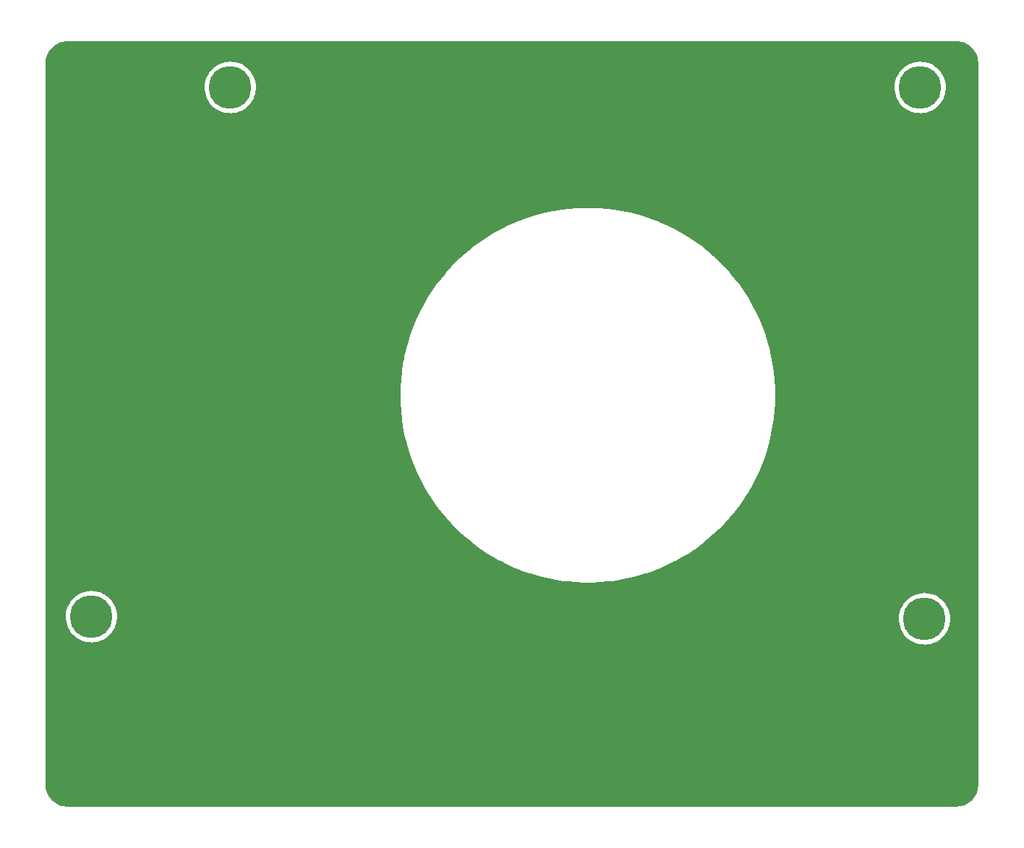
<source format=gbr>
%TF.GenerationSoftware,KiCad,Pcbnew,(6.0.7-1)-1*%
%TF.CreationDate,2022-08-15T15:57:32+02:00*%
%TF.ProjectId,wizza-back-blate,77697a7a-612d-4626-9163-6b2d626c6174,v1.0.0*%
%TF.SameCoordinates,Original*%
%TF.FileFunction,Copper,L1,Top*%
%TF.FilePolarity,Positive*%
%FSLAX46Y46*%
G04 Gerber Fmt 4.6, Leading zero omitted, Abs format (unit mm)*
G04 Created by KiCad (PCBNEW (6.0.7-1)-1) date 2022-08-15 15:57:32*
%MOMM*%
%LPD*%
G01*
G04 APERTURE LIST*
%TA.AperFunction,ComponentPad*%
%ADD10C,5.000000*%
%TD*%
G04 APERTURE END LIST*
D10*
%TO.P,,1,1*%
%TO.N,N/C*%
X200660000Y-124460000D03*
%TD*%
%TO.P,,1,1*%
%TO.N,N/C*%
X297688000Y-62484000D03*
%TD*%
%TO.P,,1,1*%
%TO.N,N/C*%
X216916000Y-62484000D03*
%TD*%
%TO.P,,1,1*%
%TO.N,N/C*%
X298196000Y-124714000D03*
%TD*%
%TA.AperFunction,NonConductor*%
G36*
X301960619Y-57091422D02*
G01*
X301975452Y-57093732D01*
X301975456Y-57093732D01*
X301984325Y-57095113D01*
X302001524Y-57092864D01*
X302025464Y-57092031D01*
X302283310Y-57107628D01*
X302298414Y-57109462D01*
X302579355Y-57160947D01*
X302594128Y-57164588D01*
X302866824Y-57249563D01*
X302881040Y-57254955D01*
X303098796Y-57352960D01*
X303141505Y-57372182D01*
X303154977Y-57379253D01*
X303399403Y-57527014D01*
X303411925Y-57535657D01*
X303636763Y-57711808D01*
X303648152Y-57721898D01*
X303850114Y-57923861D01*
X303860203Y-57935250D01*
X304036353Y-58160091D01*
X304044997Y-58172613D01*
X304192757Y-58417042D01*
X304199824Y-58430506D01*
X304317055Y-58690986D01*
X304322445Y-58705200D01*
X304407417Y-58977891D01*
X304411058Y-58992665D01*
X304462540Y-59273604D01*
X304464374Y-59288706D01*
X304478646Y-59524663D01*
X304479539Y-59539429D01*
X304478298Y-59565795D01*
X304478292Y-59566266D01*
X304476910Y-59575142D01*
X304478074Y-59584045D01*
X304478074Y-59584052D01*
X304481037Y-59606712D01*
X304482101Y-59623048D01*
X304482101Y-144147006D01*
X304480601Y-144166390D01*
X304476910Y-144190097D01*
X304478552Y-144202649D01*
X304479159Y-144207293D01*
X304479992Y-144231235D01*
X304464398Y-144489079D01*
X304462564Y-144504184D01*
X304411082Y-144785121D01*
X304407441Y-144799895D01*
X304322468Y-145072587D01*
X304317074Y-145086810D01*
X304199852Y-145347265D01*
X304192781Y-145360738D01*
X304045018Y-145605164D01*
X304036375Y-145617686D01*
X303860225Y-145842523D01*
X303850134Y-145853913D01*
X303648168Y-146055874D01*
X303636779Y-146065963D01*
X303411944Y-146242106D01*
X303399426Y-146250746D01*
X303154985Y-146398509D01*
X303141513Y-146405579D01*
X303023924Y-146458499D01*
X302881056Y-146522795D01*
X302866844Y-146528185D01*
X302690035Y-146583276D01*
X302594146Y-146613153D01*
X302579373Y-146616794D01*
X302298424Y-146668272D01*
X302283319Y-146670105D01*
X302175828Y-146676604D01*
X302032410Y-146685275D01*
X302006863Y-146684071D01*
X302005764Y-146684058D01*
X301996894Y-146682676D01*
X301987990Y-146683840D01*
X301965317Y-146686804D01*
X301948984Y-146687867D01*
X197852574Y-146687867D01*
X197833189Y-146686367D01*
X197818356Y-146684057D01*
X197818352Y-146684057D01*
X197809483Y-146682676D01*
X197792285Y-146684925D01*
X197768344Y-146685758D01*
X197510500Y-146670162D01*
X197495395Y-146668328D01*
X197214453Y-146616844D01*
X197199680Y-146613203D01*
X197181435Y-146607518D01*
X196926982Y-146528227D01*
X196912764Y-146522835D01*
X196652305Y-146405611D01*
X196638834Y-146398541D01*
X196394405Y-146250778D01*
X196381883Y-146242135D01*
X196157044Y-146065984D01*
X196145655Y-146055894D01*
X195943694Y-145853931D01*
X195933605Y-145842542D01*
X195757455Y-145617701D01*
X195748811Y-145605179D01*
X195601051Y-145360750D01*
X195593980Y-145347277D01*
X195476759Y-145086817D01*
X195471364Y-145072591D01*
X195386392Y-144799900D01*
X195382751Y-144785126D01*
X195331270Y-144504187D01*
X195329436Y-144489082D01*
X195314273Y-144238359D01*
X195315513Y-144211990D01*
X195315519Y-144211519D01*
X195316900Y-144202649D01*
X195312772Y-144171077D01*
X195311709Y-144154742D01*
X195311709Y-124365341D01*
X197647888Y-124365341D01*
X197647983Y-124368971D01*
X197647983Y-124368972D01*
X197650367Y-124460000D01*
X197656970Y-124712171D01*
X197705856Y-125055660D01*
X197793897Y-125391253D01*
X197919927Y-125714503D01*
X197921624Y-125717708D01*
X198056110Y-125971708D01*
X198082275Y-126021126D01*
X198084325Y-126024109D01*
X198084327Y-126024112D01*
X198276733Y-126304064D01*
X198276739Y-126304071D01*
X198278790Y-126307056D01*
X198281178Y-126309793D01*
X198458935Y-126513560D01*
X198506866Y-126568505D01*
X198509551Y-126570948D01*
X198738697Y-126779454D01*
X198763481Y-126802006D01*
X199045233Y-127004466D01*
X199348388Y-127173200D01*
X199668928Y-127305972D01*
X199672422Y-127306967D01*
X199672424Y-127306968D01*
X199999103Y-127400025D01*
X199999108Y-127400026D01*
X200002604Y-127401022D01*
X200199304Y-127433233D01*
X200341412Y-127456504D01*
X200341419Y-127456505D01*
X200344993Y-127457090D01*
X200518276Y-127465262D01*
X200687931Y-127473263D01*
X200687932Y-127473263D01*
X200691558Y-127473434D01*
X200700415Y-127472830D01*
X201034073Y-127450084D01*
X201034081Y-127450083D01*
X201037704Y-127449836D01*
X201041279Y-127449173D01*
X201041282Y-127449173D01*
X201375279Y-127387270D01*
X201375283Y-127387269D01*
X201378844Y-127386609D01*
X201710456Y-127284592D01*
X202028145Y-127145136D01*
X202180674Y-127056006D01*
X202324560Y-126971926D01*
X202324562Y-126971925D01*
X202327700Y-126970091D01*
X202330609Y-126967907D01*
X202602244Y-126763958D01*
X202602248Y-126763955D01*
X202605151Y-126761775D01*
X202856819Y-126522950D01*
X203079370Y-126256783D01*
X203269853Y-125966799D01*
X203398446Y-125711121D01*
X203424117Y-125660080D01*
X203424120Y-125660072D01*
X203425744Y-125656844D01*
X203544977Y-125331026D01*
X203545822Y-125327504D01*
X203545825Y-125327496D01*
X203625124Y-124997191D01*
X203625125Y-124997187D01*
X203625971Y-124993662D01*
X203629298Y-124966171D01*
X203667316Y-124652004D01*
X203667316Y-124651997D01*
X203667652Y-124649225D01*
X203668591Y-124619341D01*
X295183888Y-124619341D01*
X295183983Y-124622971D01*
X295183983Y-124622972D01*
X295186319Y-124712171D01*
X295192970Y-124966171D01*
X295241856Y-125309660D01*
X295329897Y-125645253D01*
X295455927Y-125968503D01*
X295457624Y-125971708D01*
X295591113Y-126223825D01*
X295618275Y-126275126D01*
X295620325Y-126278109D01*
X295620327Y-126278112D01*
X295812733Y-126558064D01*
X295812739Y-126558071D01*
X295814790Y-126561056D01*
X295952259Y-126718640D01*
X296024984Y-126802006D01*
X296042866Y-126822505D01*
X296045551Y-126824948D01*
X296255268Y-127015775D01*
X296299481Y-127056006D01*
X296581233Y-127258466D01*
X296884388Y-127427200D01*
X297204928Y-127559972D01*
X297208422Y-127560967D01*
X297208424Y-127560968D01*
X297535103Y-127654025D01*
X297535108Y-127654026D01*
X297538604Y-127655022D01*
X297735304Y-127687233D01*
X297877412Y-127710504D01*
X297877419Y-127710505D01*
X297880993Y-127711090D01*
X298054276Y-127719262D01*
X298223931Y-127727263D01*
X298223932Y-127727263D01*
X298227558Y-127727434D01*
X298236415Y-127726830D01*
X298570073Y-127704084D01*
X298570081Y-127704083D01*
X298573704Y-127703836D01*
X298577279Y-127703173D01*
X298577282Y-127703173D01*
X298911279Y-127641270D01*
X298911283Y-127641269D01*
X298914844Y-127640609D01*
X299246456Y-127538592D01*
X299564145Y-127399136D01*
X299584452Y-127387270D01*
X299860560Y-127225926D01*
X299860562Y-127225925D01*
X299863700Y-127224091D01*
X299929633Y-127174587D01*
X300138244Y-127017958D01*
X300138248Y-127017955D01*
X300141151Y-127015775D01*
X300392819Y-126776950D01*
X300407599Y-126759274D01*
X300613048Y-126513560D01*
X300615370Y-126510783D01*
X300805853Y-126220799D01*
X300935229Y-125963563D01*
X300960117Y-125914080D01*
X300960120Y-125914072D01*
X300961744Y-125910844D01*
X301080977Y-125585026D01*
X301081822Y-125581504D01*
X301081825Y-125581496D01*
X301161124Y-125251191D01*
X301161125Y-125251187D01*
X301161971Y-125247662D01*
X301185206Y-125055660D01*
X301203316Y-124906004D01*
X301203316Y-124905997D01*
X301203652Y-124903225D01*
X301209599Y-124714000D01*
X301209285Y-124708546D01*
X301189836Y-124371246D01*
X301189835Y-124371241D01*
X301189627Y-124367626D01*
X301129976Y-124025842D01*
X301031437Y-123693180D01*
X300895316Y-123374048D01*
X300880081Y-123347337D01*
X300725208Y-123075816D01*
X300723417Y-123072676D01*
X300518018Y-122793060D01*
X300281842Y-122538904D01*
X300018019Y-122313578D01*
X299730047Y-122120069D01*
X299421741Y-121960940D01*
X299097189Y-121838302D01*
X299093668Y-121837418D01*
X299093663Y-121837416D01*
X298932378Y-121796904D01*
X298760692Y-121753780D01*
X298738476Y-121750855D01*
X298420315Y-121708968D01*
X298420307Y-121708967D01*
X298416711Y-121708494D01*
X298272045Y-121706221D01*
X298073446Y-121703101D01*
X298073442Y-121703101D01*
X298069804Y-121703044D01*
X298066190Y-121703405D01*
X298066184Y-121703405D01*
X297822843Y-121727694D01*
X297724569Y-121737503D01*
X297385583Y-121811414D01*
X297382156Y-121812587D01*
X297382150Y-121812589D01*
X297060765Y-121922624D01*
X297057339Y-121923797D01*
X296744188Y-122073163D01*
X296450279Y-122257532D01*
X296447443Y-122259804D01*
X296447436Y-122259809D01*
X296203384Y-122455332D01*
X296179509Y-122474459D01*
X295935466Y-122721071D01*
X295933225Y-122723929D01*
X295876732Y-122795978D01*
X295721386Y-122994098D01*
X295719493Y-122997187D01*
X295719491Y-122997190D01*
X295673233Y-123072676D01*
X295540105Y-123289921D01*
X295538580Y-123293206D01*
X295538578Y-123293210D01*
X295499505Y-123377386D01*
X295394027Y-123604620D01*
X295285087Y-123934023D01*
X295214730Y-124273764D01*
X295183888Y-124619341D01*
X203668591Y-124619341D01*
X203673599Y-124460000D01*
X203673438Y-124457204D01*
X203653836Y-124117246D01*
X203653835Y-124117241D01*
X203653627Y-124113626D01*
X203637876Y-124023375D01*
X203594600Y-123775415D01*
X203594598Y-123775408D01*
X203593976Y-123771842D01*
X203495437Y-123439180D01*
X203359316Y-123120048D01*
X203309569Y-123032831D01*
X203189208Y-122821816D01*
X203187417Y-122818676D01*
X202982018Y-122539060D01*
X202745842Y-122284904D01*
X202482019Y-122059578D01*
X202194047Y-121866069D01*
X202086658Y-121810641D01*
X201888961Y-121708602D01*
X201885741Y-121706940D01*
X201561189Y-121584302D01*
X201557668Y-121583418D01*
X201557663Y-121583416D01*
X201396378Y-121542904D01*
X201224692Y-121499780D01*
X201202476Y-121496855D01*
X200884315Y-121454968D01*
X200884307Y-121454967D01*
X200880711Y-121454494D01*
X200736045Y-121452221D01*
X200537446Y-121449101D01*
X200537442Y-121449101D01*
X200533804Y-121449044D01*
X200530190Y-121449405D01*
X200530184Y-121449405D01*
X200286843Y-121473694D01*
X200188569Y-121483503D01*
X199849583Y-121557414D01*
X199846156Y-121558587D01*
X199846150Y-121558589D01*
X199767296Y-121585587D01*
X199521339Y-121669797D01*
X199208188Y-121819163D01*
X198914279Y-122003532D01*
X198911443Y-122005804D01*
X198911436Y-122005809D01*
X198766296Y-122122088D01*
X198643509Y-122220459D01*
X198399466Y-122467071D01*
X198397225Y-122469929D01*
X198340732Y-122541978D01*
X198185386Y-122740098D01*
X198183493Y-122743187D01*
X198183491Y-122743190D01*
X198137233Y-122818676D01*
X198004105Y-123035921D01*
X198002580Y-123039206D01*
X198002578Y-123039210D01*
X197963505Y-123123386D01*
X197858027Y-123350620D01*
X197749087Y-123680023D01*
X197748351Y-123683578D01*
X197748350Y-123683581D01*
X197696486Y-123934023D01*
X197678730Y-124019764D01*
X197647888Y-124365341D01*
X195311709Y-124365341D01*
X195311709Y-98525000D01*
X236827573Y-98525000D01*
X236846825Y-99444063D01*
X236904546Y-100361513D01*
X237000635Y-101275742D01*
X237134924Y-102185145D01*
X237135171Y-102186438D01*
X237300687Y-103054103D01*
X237307177Y-103088127D01*
X237307483Y-103089430D01*
X237507197Y-103940914D01*
X237517092Y-103983103D01*
X237764300Y-104868504D01*
X238048369Y-105742777D01*
X238368798Y-106604387D01*
X238725028Y-107451823D01*
X239116432Y-108283598D01*
X239542323Y-109098254D01*
X240001955Y-109894360D01*
X240002664Y-109895478D01*
X240002676Y-109895497D01*
X240403672Y-110527364D01*
X240494522Y-110670521D01*
X241019159Y-111425374D01*
X241574945Y-112157596D01*
X241575767Y-112158589D01*
X241575776Y-112158601D01*
X242160071Y-112864892D01*
X242160906Y-112865901D01*
X242776014Y-113549048D01*
X242776916Y-113549969D01*
X242776930Y-113549984D01*
X243418280Y-114204908D01*
X243419190Y-114205837D01*
X243420139Y-114206728D01*
X243420148Y-114206737D01*
X244088345Y-114834216D01*
X244088358Y-114834228D01*
X244089305Y-114835117D01*
X244785184Y-115435783D01*
X244786223Y-115436606D01*
X244786226Y-115436609D01*
X245504572Y-116005964D01*
X245504594Y-116005981D01*
X245505605Y-116006782D01*
X245506655Y-116007545D01*
X245506671Y-116007557D01*
X246248228Y-116546329D01*
X246249306Y-116547112D01*
X246250402Y-116547840D01*
X246250419Y-116547852D01*
X246399649Y-116647000D01*
X247014981Y-117055826D01*
X247801286Y-117532029D01*
X247802418Y-117532651D01*
X247802433Y-117532660D01*
X248328243Y-117821726D01*
X248606844Y-117974888D01*
X249430240Y-118383626D01*
X250270030Y-118757524D01*
X250565113Y-118874356D01*
X251123496Y-119095436D01*
X251123518Y-119095444D01*
X251124740Y-119095928D01*
X251126009Y-119096370D01*
X251126020Y-119096374D01*
X251914224Y-119370855D01*
X251992872Y-119398243D01*
X251994151Y-119398629D01*
X251994169Y-119398635D01*
X252871619Y-119663553D01*
X252871635Y-119663557D01*
X252872902Y-119663940D01*
X252874185Y-119664269D01*
X252874205Y-119664275D01*
X253762011Y-119892225D01*
X253762028Y-119892229D01*
X253763286Y-119892552D01*
X253764532Y-119892817D01*
X253764554Y-119892822D01*
X254280668Y-120002525D01*
X254662462Y-120083678D01*
X254663726Y-120083892D01*
X254663748Y-120083896D01*
X255405056Y-120209278D01*
X255568853Y-120236982D01*
X255570185Y-120237150D01*
X255570190Y-120237151D01*
X255836430Y-120270785D01*
X256480869Y-120352197D01*
X257396910Y-120429119D01*
X258315368Y-120467614D01*
X259234632Y-120467614D01*
X260153090Y-120429119D01*
X261069131Y-120352197D01*
X261713570Y-120270785D01*
X261979810Y-120237151D01*
X261979815Y-120237150D01*
X261981147Y-120236982D01*
X262144944Y-120209278D01*
X262886252Y-120083896D01*
X262886274Y-120083892D01*
X262887538Y-120083678D01*
X263269332Y-120002525D01*
X263785446Y-119892822D01*
X263785468Y-119892817D01*
X263786714Y-119892552D01*
X263787972Y-119892229D01*
X263787989Y-119892225D01*
X264675795Y-119664275D01*
X264675815Y-119664269D01*
X264677098Y-119663940D01*
X264678365Y-119663557D01*
X264678381Y-119663553D01*
X265555831Y-119398635D01*
X265555849Y-119398629D01*
X265557128Y-119398243D01*
X265635776Y-119370855D01*
X266423980Y-119096374D01*
X266423991Y-119096370D01*
X266425260Y-119095928D01*
X266426482Y-119095444D01*
X266426504Y-119095436D01*
X266984887Y-118874356D01*
X267279970Y-118757524D01*
X268119760Y-118383626D01*
X268943156Y-117974888D01*
X269221757Y-117821726D01*
X269747567Y-117532660D01*
X269747582Y-117532651D01*
X269748714Y-117532029D01*
X270535019Y-117055826D01*
X271150351Y-116647000D01*
X271299581Y-116547852D01*
X271299598Y-116547840D01*
X271300694Y-116547112D01*
X271301772Y-116546329D01*
X272043329Y-116007557D01*
X272043345Y-116007545D01*
X272044395Y-116006782D01*
X272045406Y-116005981D01*
X272045428Y-116005964D01*
X272763774Y-115436609D01*
X272763777Y-115436606D01*
X272764816Y-115435783D01*
X273460695Y-114835117D01*
X273461642Y-114834228D01*
X273461655Y-114834216D01*
X274129852Y-114206737D01*
X274129861Y-114206728D01*
X274130810Y-114205837D01*
X274131720Y-114204908D01*
X274773070Y-113549984D01*
X274773084Y-113549969D01*
X274773986Y-113549048D01*
X275389094Y-112865901D01*
X275389929Y-112864892D01*
X275974224Y-112158601D01*
X275974233Y-112158589D01*
X275975055Y-112157596D01*
X276530841Y-111425374D01*
X277055478Y-110670521D01*
X277146328Y-110527364D01*
X277547324Y-109895497D01*
X277547336Y-109895478D01*
X277548045Y-109894360D01*
X278007677Y-109098254D01*
X278433568Y-108283598D01*
X278824972Y-107451823D01*
X279181202Y-106604387D01*
X279501631Y-105742777D01*
X279785700Y-104868504D01*
X280032908Y-103983103D01*
X280042804Y-103940914D01*
X280242517Y-103089430D01*
X280242823Y-103088127D01*
X280249314Y-103054103D01*
X280414829Y-102186438D01*
X280415076Y-102185145D01*
X280549365Y-101275742D01*
X280645454Y-100361513D01*
X280703175Y-99444063D01*
X280722427Y-98525000D01*
X280703175Y-97605937D01*
X280645454Y-96688487D01*
X280549365Y-95774258D01*
X280415076Y-94864855D01*
X280305176Y-94288737D01*
X280243075Y-93963193D01*
X280243073Y-93963184D01*
X280242823Y-93961873D01*
X280117771Y-93428710D01*
X280033212Y-93068192D01*
X280033209Y-93068180D01*
X280032908Y-93066897D01*
X279785700Y-92181496D01*
X279501631Y-91307223D01*
X279181202Y-90445613D01*
X278824972Y-89598177D01*
X278433568Y-88766402D01*
X278007677Y-87951746D01*
X277548045Y-87155640D01*
X277547336Y-87154522D01*
X277547324Y-87154503D01*
X277056199Y-86380615D01*
X277056197Y-86380613D01*
X277055478Y-86379479D01*
X276530841Y-85624626D01*
X275975055Y-84892404D01*
X275557734Y-84387949D01*
X275389929Y-84185108D01*
X275389922Y-84185100D01*
X275389094Y-84184099D01*
X274773986Y-83500952D01*
X274773084Y-83500031D01*
X274773070Y-83500016D01*
X274131720Y-82845092D01*
X274131714Y-82845086D01*
X274130810Y-82844163D01*
X273759149Y-82495150D01*
X273461655Y-82215784D01*
X273461642Y-82215772D01*
X273460695Y-82214883D01*
X272764816Y-81614217D01*
X272474163Y-81383848D01*
X272045428Y-81044036D01*
X272045406Y-81044019D01*
X272044395Y-81043218D01*
X272043345Y-81042455D01*
X272043329Y-81042443D01*
X271301772Y-80503671D01*
X271301765Y-80503666D01*
X271300694Y-80502888D01*
X271299598Y-80502160D01*
X271299581Y-80502148D01*
X270536121Y-79994906D01*
X270536115Y-79994902D01*
X270535019Y-79994174D01*
X269748714Y-79517971D01*
X269747582Y-79517349D01*
X269747567Y-79517340D01*
X268944287Y-79075734D01*
X268943156Y-79075112D01*
X268119760Y-78666374D01*
X267279970Y-78292476D01*
X266984887Y-78175644D01*
X266426504Y-77954564D01*
X266426482Y-77954556D01*
X266425260Y-77954072D01*
X266423991Y-77953630D01*
X266423980Y-77953626D01*
X265558412Y-77652204D01*
X265558406Y-77652202D01*
X265557128Y-77651757D01*
X265555849Y-77651371D01*
X265555831Y-77651365D01*
X264678381Y-77386447D01*
X264678365Y-77386443D01*
X264677098Y-77386060D01*
X264675815Y-77385731D01*
X264675795Y-77385725D01*
X263787989Y-77157775D01*
X263787972Y-77157771D01*
X263786714Y-77157448D01*
X263785468Y-77157183D01*
X263785446Y-77157178D01*
X263269332Y-77047475D01*
X262887538Y-76966322D01*
X262886274Y-76966108D01*
X262886252Y-76966104D01*
X262144944Y-76840722D01*
X261981147Y-76813018D01*
X261979815Y-76812850D01*
X261979810Y-76812849D01*
X261713570Y-76779215D01*
X261069131Y-76697803D01*
X260153090Y-76620881D01*
X259234632Y-76582386D01*
X258315368Y-76582386D01*
X257396910Y-76620881D01*
X256480869Y-76697803D01*
X255836430Y-76779215D01*
X255570190Y-76812849D01*
X255570185Y-76812850D01*
X255568853Y-76813018D01*
X255405056Y-76840722D01*
X254663748Y-76966104D01*
X254663726Y-76966108D01*
X254662462Y-76966322D01*
X254280668Y-77047475D01*
X253764554Y-77157178D01*
X253764532Y-77157183D01*
X253763286Y-77157448D01*
X253762028Y-77157771D01*
X253762011Y-77157775D01*
X252874205Y-77385725D01*
X252874185Y-77385731D01*
X252872902Y-77386060D01*
X252871635Y-77386443D01*
X252871619Y-77386447D01*
X251994169Y-77651365D01*
X251994151Y-77651371D01*
X251992872Y-77651757D01*
X251991594Y-77652202D01*
X251991588Y-77652204D01*
X251126020Y-77953626D01*
X251126009Y-77953630D01*
X251124740Y-77954072D01*
X251123518Y-77954556D01*
X251123496Y-77954564D01*
X250565113Y-78175644D01*
X250270030Y-78292476D01*
X249430240Y-78666374D01*
X248606844Y-79075112D01*
X248605713Y-79075734D01*
X247802434Y-79517340D01*
X247802419Y-79517349D01*
X247801287Y-79517971D01*
X247014981Y-79994174D01*
X247013885Y-79994902D01*
X247013879Y-79994906D01*
X246250419Y-80502148D01*
X246250402Y-80502160D01*
X246249306Y-80502888D01*
X246248235Y-80503666D01*
X246248228Y-80503671D01*
X245506671Y-81042443D01*
X245506655Y-81042455D01*
X245505605Y-81043218D01*
X245504594Y-81044019D01*
X245504572Y-81044036D01*
X245075837Y-81383848D01*
X244785184Y-81614217D01*
X244089305Y-82214883D01*
X244088358Y-82215772D01*
X244088345Y-82215784D01*
X243790851Y-82495150D01*
X243419190Y-82844163D01*
X243418286Y-82845086D01*
X243418280Y-82845092D01*
X242776930Y-83500016D01*
X242776916Y-83500031D01*
X242776014Y-83500952D01*
X242160906Y-84184099D01*
X242160078Y-84185100D01*
X242160071Y-84185108D01*
X241992267Y-84387949D01*
X241574945Y-84892404D01*
X241019159Y-85624626D01*
X240494522Y-86379479D01*
X240493803Y-86380613D01*
X240493801Y-86380615D01*
X240002676Y-87154503D01*
X240002664Y-87154522D01*
X240001955Y-87155640D01*
X239542323Y-87951746D01*
X239116432Y-88766402D01*
X238725028Y-89598177D01*
X238368798Y-90445613D01*
X238048369Y-91307223D01*
X237764300Y-92181496D01*
X237517092Y-93066897D01*
X237516791Y-93068180D01*
X237516788Y-93068192D01*
X237432229Y-93428710D01*
X237307177Y-93961873D01*
X237306927Y-93963184D01*
X237306925Y-93963193D01*
X237244824Y-94288737D01*
X237134924Y-94864855D01*
X237000635Y-95774258D01*
X236904546Y-96688487D01*
X236846825Y-97605937D01*
X236827573Y-98525000D01*
X195311709Y-98525000D01*
X195311709Y-62389341D01*
X213903888Y-62389341D01*
X213903983Y-62392971D01*
X213903983Y-62392972D01*
X213906367Y-62484000D01*
X213912970Y-62736171D01*
X213961856Y-63079660D01*
X214049897Y-63415253D01*
X214175927Y-63738503D01*
X214177624Y-63741708D01*
X214311113Y-63993825D01*
X214338275Y-64045126D01*
X214340325Y-64048109D01*
X214340327Y-64048112D01*
X214532733Y-64328064D01*
X214532739Y-64328071D01*
X214534790Y-64331056D01*
X214762866Y-64592505D01*
X214765551Y-64594948D01*
X214975268Y-64785775D01*
X215019481Y-64826006D01*
X215301233Y-65028466D01*
X215604388Y-65197200D01*
X215924928Y-65329972D01*
X215928422Y-65330967D01*
X215928424Y-65330968D01*
X216255103Y-65424025D01*
X216255108Y-65424026D01*
X216258604Y-65425022D01*
X216455304Y-65457233D01*
X216597412Y-65480504D01*
X216597419Y-65480505D01*
X216600993Y-65481090D01*
X216774276Y-65489262D01*
X216943931Y-65497263D01*
X216943932Y-65497263D01*
X216947558Y-65497434D01*
X216956415Y-65496830D01*
X217290073Y-65474084D01*
X217290081Y-65474083D01*
X217293704Y-65473836D01*
X217297279Y-65473173D01*
X217297282Y-65473173D01*
X217631279Y-65411270D01*
X217631283Y-65411269D01*
X217634844Y-65410609D01*
X217966456Y-65308592D01*
X218284145Y-65169136D01*
X218528511Y-65026341D01*
X218580560Y-64995926D01*
X218580562Y-64995925D01*
X218583700Y-64994091D01*
X218586609Y-64991907D01*
X218858244Y-64787958D01*
X218858248Y-64787955D01*
X218861151Y-64785775D01*
X219112819Y-64546950D01*
X219335370Y-64280783D01*
X219525853Y-63990799D01*
X219654446Y-63735121D01*
X219680117Y-63684080D01*
X219680120Y-63684072D01*
X219681744Y-63680844D01*
X219800977Y-63355026D01*
X219801822Y-63351504D01*
X219801825Y-63351496D01*
X219881124Y-63021191D01*
X219881125Y-63021187D01*
X219881971Y-63017662D01*
X219916035Y-62736171D01*
X219923316Y-62676004D01*
X219923316Y-62675997D01*
X219923652Y-62673225D01*
X219929599Y-62484000D01*
X219929438Y-62481204D01*
X219924141Y-62389341D01*
X294675888Y-62389341D01*
X294675983Y-62392971D01*
X294675983Y-62392972D01*
X294678367Y-62484000D01*
X294684970Y-62736171D01*
X294733856Y-63079660D01*
X294821897Y-63415253D01*
X294947927Y-63738503D01*
X294949624Y-63741708D01*
X295083113Y-63993825D01*
X295110275Y-64045126D01*
X295112325Y-64048109D01*
X295112327Y-64048112D01*
X295304733Y-64328064D01*
X295304739Y-64328071D01*
X295306790Y-64331056D01*
X295534866Y-64592505D01*
X295537551Y-64594948D01*
X295747268Y-64785775D01*
X295791481Y-64826006D01*
X296073233Y-65028466D01*
X296376388Y-65197200D01*
X296696928Y-65329972D01*
X296700422Y-65330967D01*
X296700424Y-65330968D01*
X297027103Y-65424025D01*
X297027108Y-65424026D01*
X297030604Y-65425022D01*
X297227304Y-65457233D01*
X297369412Y-65480504D01*
X297369419Y-65480505D01*
X297372993Y-65481090D01*
X297546276Y-65489262D01*
X297715931Y-65497263D01*
X297715932Y-65497263D01*
X297719558Y-65497434D01*
X297728415Y-65496830D01*
X298062073Y-65474084D01*
X298062081Y-65474083D01*
X298065704Y-65473836D01*
X298069279Y-65473173D01*
X298069282Y-65473173D01*
X298403279Y-65411270D01*
X298403283Y-65411269D01*
X298406844Y-65410609D01*
X298738456Y-65308592D01*
X299056145Y-65169136D01*
X299300511Y-65026341D01*
X299352560Y-64995926D01*
X299352562Y-64995925D01*
X299355700Y-64994091D01*
X299358609Y-64991907D01*
X299630244Y-64787958D01*
X299630248Y-64787955D01*
X299633151Y-64785775D01*
X299884819Y-64546950D01*
X300107370Y-64280783D01*
X300297853Y-63990799D01*
X300426446Y-63735121D01*
X300452117Y-63684080D01*
X300452120Y-63684072D01*
X300453744Y-63680844D01*
X300572977Y-63355026D01*
X300573822Y-63351504D01*
X300573825Y-63351496D01*
X300653124Y-63021191D01*
X300653125Y-63021187D01*
X300653971Y-63017662D01*
X300688035Y-62736171D01*
X300695316Y-62676004D01*
X300695316Y-62675997D01*
X300695652Y-62673225D01*
X300701599Y-62484000D01*
X300701438Y-62481204D01*
X300681836Y-62141246D01*
X300681835Y-62141241D01*
X300681627Y-62137626D01*
X300621976Y-61795842D01*
X300523437Y-61463180D01*
X300387316Y-61144048D01*
X300337569Y-61056831D01*
X300217208Y-60845816D01*
X300215417Y-60842676D01*
X300010018Y-60563060D01*
X299773842Y-60308904D01*
X299510019Y-60083578D01*
X299222047Y-59890069D01*
X298913741Y-59730940D01*
X298589189Y-59608302D01*
X298585668Y-59607418D01*
X298585663Y-59607416D01*
X298314993Y-59539429D01*
X298252692Y-59523780D01*
X298230476Y-59520855D01*
X297912315Y-59478968D01*
X297912307Y-59478967D01*
X297908711Y-59478494D01*
X297764045Y-59476221D01*
X297565446Y-59473101D01*
X297565442Y-59473101D01*
X297561804Y-59473044D01*
X297558190Y-59473405D01*
X297558184Y-59473405D01*
X297314843Y-59497694D01*
X297216569Y-59507503D01*
X297037461Y-59546555D01*
X296889609Y-59578792D01*
X296877583Y-59581414D01*
X296874156Y-59582587D01*
X296874150Y-59582589D01*
X296552765Y-59692624D01*
X296549339Y-59693797D01*
X296236188Y-59843163D01*
X295942279Y-60027532D01*
X295939443Y-60029804D01*
X295939436Y-60029809D01*
X295695384Y-60225332D01*
X295671509Y-60244459D01*
X295427466Y-60491071D01*
X295425225Y-60493929D01*
X295368732Y-60565978D01*
X295213386Y-60764098D01*
X295211493Y-60767187D01*
X295211491Y-60767190D01*
X295165233Y-60842676D01*
X295032105Y-61059921D01*
X295030580Y-61063206D01*
X295030578Y-61063210D01*
X294991505Y-61147386D01*
X294886027Y-61374620D01*
X294777087Y-61704023D01*
X294706730Y-62043764D01*
X294675888Y-62389341D01*
X219924141Y-62389341D01*
X219909836Y-62141246D01*
X219909835Y-62141241D01*
X219909627Y-62137626D01*
X219849976Y-61795842D01*
X219751437Y-61463180D01*
X219615316Y-61144048D01*
X219565569Y-61056831D01*
X219445208Y-60845816D01*
X219443417Y-60842676D01*
X219238018Y-60563060D01*
X219001842Y-60308904D01*
X218738019Y-60083578D01*
X218450047Y-59890069D01*
X218141741Y-59730940D01*
X217817189Y-59608302D01*
X217813668Y-59607418D01*
X217813663Y-59607416D01*
X217542993Y-59539429D01*
X217480692Y-59523780D01*
X217458476Y-59520855D01*
X217140315Y-59478968D01*
X217140307Y-59478967D01*
X217136711Y-59478494D01*
X216992045Y-59476221D01*
X216793446Y-59473101D01*
X216793442Y-59473101D01*
X216789804Y-59473044D01*
X216786190Y-59473405D01*
X216786184Y-59473405D01*
X216542843Y-59497694D01*
X216444569Y-59507503D01*
X216265461Y-59546555D01*
X216117609Y-59578792D01*
X216105583Y-59581414D01*
X216102156Y-59582587D01*
X216102150Y-59582589D01*
X215780765Y-59692624D01*
X215777339Y-59693797D01*
X215464188Y-59843163D01*
X215170279Y-60027532D01*
X215167443Y-60029804D01*
X215167436Y-60029809D01*
X214923384Y-60225332D01*
X214899509Y-60244459D01*
X214655466Y-60491071D01*
X214653225Y-60493929D01*
X214596732Y-60565978D01*
X214441386Y-60764098D01*
X214439493Y-60767187D01*
X214439491Y-60767190D01*
X214393233Y-60842676D01*
X214260105Y-61059921D01*
X214258580Y-61063206D01*
X214258578Y-61063210D01*
X214219505Y-61147386D01*
X214114027Y-61374620D01*
X214005087Y-61704023D01*
X213934730Y-62043764D01*
X213903888Y-62389341D01*
X195311709Y-62389341D01*
X195311709Y-59630785D01*
X195313209Y-59611400D01*
X195315519Y-59596567D01*
X195315519Y-59596563D01*
X195316900Y-59587694D01*
X195314651Y-59570496D01*
X195313818Y-59546555D01*
X195329413Y-59288706D01*
X195331247Y-59273601D01*
X195382730Y-58992660D01*
X195386371Y-58977888D01*
X195457814Y-58748613D01*
X195471344Y-58705193D01*
X195476736Y-58690973D01*
X195593962Y-58430505D01*
X195601032Y-58417034D01*
X195748798Y-58172597D01*
X195757442Y-58160075D01*
X195933585Y-57935244D01*
X195943674Y-57923855D01*
X196145643Y-57721885D01*
X196157032Y-57711795D01*
X196381874Y-57535642D01*
X196394394Y-57527000D01*
X196638822Y-57379238D01*
X196652287Y-57372170D01*
X196912763Y-57254940D01*
X196926988Y-57249546D01*
X197199676Y-57164573D01*
X197214449Y-57160932D01*
X197495392Y-57109448D01*
X197510496Y-57107614D01*
X197560237Y-57104605D01*
X197761056Y-57092458D01*
X197788048Y-57093730D01*
X197796931Y-57095113D01*
X197828492Y-57090986D01*
X197844829Y-57089922D01*
X301941234Y-57089922D01*
X301960619Y-57091422D01*
G37*
%TD.AperFunction*%
M02*

</source>
